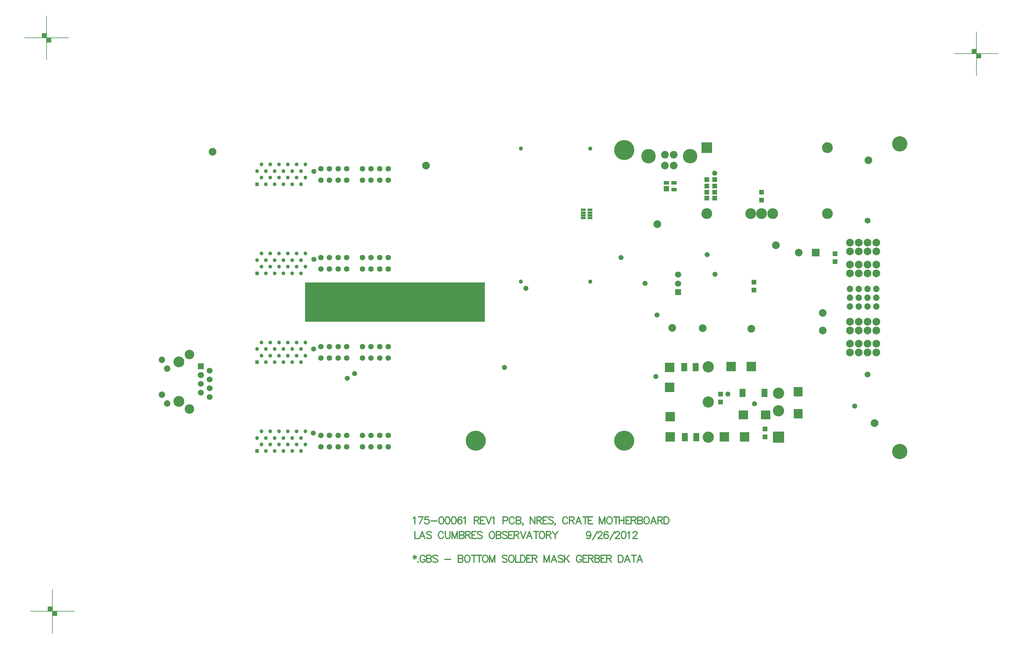
<source format=gbs>
%FSLAX23Y23*%
%MOIN*%
G70*
G01*
G75*
G04 Layer_Color=16711935*
%ADD10R,0.050X0.050*%
%ADD11R,0.057X0.012*%
%ADD12R,0.025X0.185*%
%ADD13R,0.025X0.100*%
%ADD14R,0.050X0.050*%
%ADD15O,0.014X0.067*%
%ADD16R,0.036X0.036*%
%ADD17O,0.079X0.024*%
%ADD18R,0.039X0.059*%
%ADD19R,0.100X0.100*%
%ADD20C,0.010*%
%ADD21C,0.050*%
%ADD22C,0.025*%
%ADD23C,0.006*%
%ADD24C,0.012*%
%ADD25C,0.008*%
%ADD26C,0.012*%
%ADD27C,0.012*%
%ADD28C,0.070*%
%ADD29C,0.050*%
%ADD30C,0.166*%
%ADD31C,0.157*%
%ADD32C,0.079*%
%ADD33C,0.220*%
%ADD34C,0.039*%
%ADD35C,0.059*%
%ADD36R,0.059X0.059*%
%ADD37C,0.063*%
%ADD38C,0.116*%
%ADD39C,0.065*%
%ADD40C,0.100*%
%ADD41C,0.080*%
%ADD42C,0.059*%
%ADD43C,0.115*%
%ADD44R,0.115X0.115*%
%ADD45R,0.079X0.079*%
%ADD46R,0.120X0.120*%
%ADD47C,0.120*%
%ADD48R,0.063X0.063*%
%ADD49C,0.020*%
%ADD50C,0.040*%
G04:AMPARAMS|DCode=51|XSize=91mil|YSize=91mil|CornerRadius=0mil|HoleSize=0mil|Usage=FLASHONLY|Rotation=0.000|XOffset=0mil|YOffset=0mil|HoleType=Round|Shape=Relief|Width=10mil|Gap=10mil|Entries=4|*
%AMTHD51*
7,0,0,0.091,0.071,0.010,45*
%
%ADD51THD51*%
%ADD52C,0.071*%
%ADD53C,0.206*%
G04:AMPARAMS|DCode=54|XSize=150.551mil|YSize=150.551mil|CornerRadius=0mil|HoleSize=0mil|Usage=FLASHONLY|Rotation=0.000|XOffset=0mil|YOffset=0mil|HoleType=Round|Shape=Relief|Width=10mil|Gap=10mil|Entries=4|*
%AMTHD54*
7,0,0,0.151,0.131,0.010,45*
%
%ADD54THD54*%
G04:AMPARAMS|DCode=55|XSize=96.221mil|YSize=96.221mil|CornerRadius=0mil|HoleSize=0mil|Usage=FLASHONLY|Rotation=0.000|XOffset=0mil|YOffset=0mil|HoleType=Round|Shape=Relief|Width=10mil|Gap=10mil|Entries=4|*
%AMTHD55*
7,0,0,0.096,0.076,0.010,45*
%
%ADD55THD55*%
%ADD56C,0.076*%
%ADD57C,0.080*%
%ADD58C,0.075*%
%ADD59C,0.168*%
G04:AMPARAMS|DCode=60|XSize=100mil|YSize=100mil|CornerRadius=0mil|HoleSize=0mil|Usage=FLASHONLY|Rotation=0.000|XOffset=0mil|YOffset=0mil|HoleType=Round|Shape=Relief|Width=10mil|Gap=10mil|Entries=4|*
%AMTHD60*
7,0,0,0.100,0.080,0.010,45*
%
%ADD60THD60*%
G04:AMPARAMS|DCode=61|XSize=123mil|YSize=123mil|CornerRadius=0mil|HoleSize=0mil|Usage=FLASHONLY|Rotation=0.000|XOffset=0mil|YOffset=0mil|HoleType=Round|Shape=Relief|Width=10mil|Gap=10mil|Entries=4|*
%AMTHD61*
7,0,0,0.123,0.103,0.010,45*
%
%ADD61THD61*%
%ADD62C,0.092*%
G04:AMPARAMS|DCode=63|XSize=112mil|YSize=112mil|CornerRadius=0mil|HoleSize=0mil|Usage=FLASHONLY|Rotation=0.000|XOffset=0mil|YOffset=0mil|HoleType=Round|Shape=Relief|Width=10mil|Gap=10mil|Entries=4|*
%AMTHD63*
7,0,0,0.112,0.092,0.010,45*
%
%ADD63THD63*%
%ADD64C,0.190*%
%ADD65C,0.087*%
G04:AMPARAMS|DCode=66|XSize=138mil|YSize=138mil|CornerRadius=0mil|HoleSize=0mil|Usage=FLASHONLY|Rotation=0.000|XOffset=0mil|YOffset=0mil|HoleType=Round|Shape=Relief|Width=10mil|Gap=10mil|Entries=4|*
%AMTHD66*
7,0,0,0.138,0.118,0.010,45*
%
%ADD66THD66*%
%ADD67C,0.118*%
G04:AMPARAMS|DCode=68|XSize=107.244mil|YSize=107.244mil|CornerRadius=0mil|HoleSize=0mil|Usage=FLASHONLY|Rotation=0.000|XOffset=0mil|YOffset=0mil|HoleType=Round|Shape=Relief|Width=10mil|Gap=10mil|Entries=4|*
%AMTHD68*
7,0,0,0.107,0.087,0.010,45*
%
%ADD68THD68*%
%ADD69C,0.079*%
%ADD70C,0.068*%
G04:AMPARAMS|DCode=71|XSize=70mil|YSize=70mil|CornerRadius=0mil|HoleSize=0mil|Usage=FLASHONLY|Rotation=0.000|XOffset=0mil|YOffset=0mil|HoleType=Round|Shape=Relief|Width=10mil|Gap=10mil|Entries=4|*
%AMTHD71*
7,0,0,0.070,0.050,0.010,45*
%
%ADD71THD71*%
G04:AMPARAMS|DCode=72|XSize=88mil|YSize=88mil|CornerRadius=0mil|HoleSize=0mil|Usage=FLASHONLY|Rotation=0.000|XOffset=0mil|YOffset=0mil|HoleType=Round|Shape=Relief|Width=10mil|Gap=10mil|Entries=4|*
%AMTHD72*
7,0,0,0.088,0.068,0.010,45*
%
%ADD72THD72*%
%ADD73C,0.020*%
%ADD74C,0.131*%
%ADD75C,0.103*%
%ADD76C,0.005*%
%ADD77R,0.053X0.035*%
%ADD78R,0.053X0.053*%
%ADD79R,0.045X0.017*%
%ADD80R,0.094X0.102*%
%ADD81R,0.059X0.087*%
%ADD82R,0.102X0.094*%
%ADD83R,0.100X0.100*%
%ADD84R,0.060X0.086*%
%ADD85C,0.010*%
%ADD86C,0.010*%
%ADD87C,0.024*%
%ADD88C,0.008*%
%ADD89C,0.007*%
%ADD90C,0.007*%
%ADD91C,0.015*%
%ADD92R,0.194X0.245*%
%ADD93R,0.058X0.058*%
%ADD94R,0.061X0.016*%
%ADD95R,0.033X0.193*%
%ADD96R,0.033X0.108*%
%ADD97R,0.058X0.058*%
%ADD98O,0.022X0.075*%
%ADD99R,0.044X0.044*%
%ADD100O,0.087X0.032*%
%ADD101R,0.047X0.067*%
%ADD102R,0.108X0.108*%
%ADD103C,0.063*%
%ADD104C,0.043*%
%ADD105R,0.043X0.043*%
%ADD106C,0.174*%
%ADD107C,0.165*%
%ADD108C,0.087*%
%ADD109C,0.228*%
%ADD110C,0.047*%
%ADD111C,0.067*%
%ADD112R,0.067X0.067*%
%ADD113C,0.071*%
%ADD114C,0.124*%
%ADD115C,0.073*%
%ADD116C,0.108*%
%ADD117C,0.088*%
%ADD118C,0.067*%
%ADD119C,0.123*%
%ADD120R,0.123X0.123*%
%ADD121R,0.087X0.087*%
%ADD122R,0.128X0.128*%
%ADD123C,0.128*%
%ADD124R,0.071X0.071*%
%ADD125C,0.058*%
%ADD126R,2.050X0.450*%
%ADD127R,0.061X0.043*%
%ADD128R,0.061X0.061*%
%ADD129R,0.053X0.025*%
%ADD130R,0.102X0.110*%
%ADD131R,0.067X0.095*%
%ADD132R,0.110X0.102*%
%ADD133R,0.108X0.108*%
%ADD134R,0.068X0.094*%
D24*
X13410Y9183D02*
Y9137D01*
X13391Y9172D02*
X13429Y9149D01*
Y9172D02*
X13391Y9149D01*
X13449Y9111D02*
X13445Y9107D01*
X13449Y9103D01*
X13453Y9107D01*
X13449Y9111D01*
X13528Y9164D02*
X13524Y9172D01*
X13516Y9179D01*
X13509Y9183D01*
X13493D01*
X13486Y9179D01*
X13478Y9172D01*
X13474Y9164D01*
X13471Y9153D01*
Y9133D01*
X13474Y9122D01*
X13478Y9114D01*
X13486Y9107D01*
X13493Y9103D01*
X13509D01*
X13516Y9107D01*
X13524Y9114D01*
X13528Y9122D01*
Y9133D01*
X13509D02*
X13528D01*
X13546Y9183D02*
Y9103D01*
Y9183D02*
X13580D01*
X13592Y9179D01*
X13596Y9175D01*
X13599Y9168D01*
Y9160D01*
X13596Y9153D01*
X13592Y9149D01*
X13580Y9145D01*
X13546D02*
X13580D01*
X13592Y9141D01*
X13596Y9137D01*
X13599Y9130D01*
Y9118D01*
X13596Y9111D01*
X13592Y9107D01*
X13580Y9103D01*
X13546D01*
X13671Y9172D02*
X13663Y9179D01*
X13652Y9183D01*
X13636D01*
X13625Y9179D01*
X13617Y9172D01*
Y9164D01*
X13621Y9156D01*
X13625Y9153D01*
X13632Y9149D01*
X13655Y9141D01*
X13663Y9137D01*
X13667Y9133D01*
X13671Y9126D01*
Y9114D01*
X13663Y9107D01*
X13652Y9103D01*
X13636D01*
X13625Y9107D01*
X13617Y9114D01*
X13751Y9137D02*
X13820D01*
X13906Y9183D02*
Y9103D01*
Y9183D02*
X13941D01*
X13952Y9179D01*
X13956Y9175D01*
X13960Y9168D01*
Y9160D01*
X13956Y9153D01*
X13952Y9149D01*
X13941Y9145D01*
X13906D02*
X13941D01*
X13952Y9141D01*
X13956Y9137D01*
X13960Y9130D01*
Y9118D01*
X13956Y9111D01*
X13952Y9107D01*
X13941Y9103D01*
X13906D01*
X14000Y9183D02*
X13993Y9179D01*
X13985Y9172D01*
X13981Y9164D01*
X13978Y9153D01*
Y9133D01*
X13981Y9122D01*
X13985Y9114D01*
X13993Y9107D01*
X14000Y9103D01*
X14016D01*
X14023Y9107D01*
X14031Y9114D01*
X14035Y9122D01*
X14038Y9133D01*
Y9153D01*
X14035Y9164D01*
X14031Y9172D01*
X14023Y9179D01*
X14016Y9183D01*
X14000D01*
X14084D02*
Y9103D01*
X14057Y9183D02*
X14110D01*
X14147D02*
Y9103D01*
X14120Y9183D02*
X14173D01*
X14206D02*
X14198Y9179D01*
X14190Y9172D01*
X14187Y9164D01*
X14183Y9153D01*
Y9133D01*
X14187Y9122D01*
X14190Y9114D01*
X14198Y9107D01*
X14206Y9103D01*
X14221D01*
X14229Y9107D01*
X14236Y9114D01*
X14240Y9122D01*
X14244Y9133D01*
Y9153D01*
X14240Y9164D01*
X14236Y9172D01*
X14229Y9179D01*
X14221Y9183D01*
X14206D01*
X14262D02*
Y9103D01*
Y9183D02*
X14293Y9103D01*
X14323Y9183D02*
X14293Y9103D01*
X14323Y9183D02*
Y9103D01*
X14462Y9172D02*
X14455Y9179D01*
X14443Y9183D01*
X14428D01*
X14417Y9179D01*
X14409Y9172D01*
Y9164D01*
X14413Y9156D01*
X14417Y9153D01*
X14424Y9149D01*
X14447Y9141D01*
X14455Y9137D01*
X14459Y9133D01*
X14462Y9126D01*
Y9114D01*
X14455Y9107D01*
X14443Y9103D01*
X14428D01*
X14417Y9107D01*
X14409Y9114D01*
X14503Y9183D02*
X14496Y9179D01*
X14488Y9172D01*
X14484Y9164D01*
X14480Y9153D01*
Y9133D01*
X14484Y9122D01*
X14488Y9114D01*
X14496Y9107D01*
X14503Y9103D01*
X14518D01*
X14526Y9107D01*
X14534Y9114D01*
X14537Y9122D01*
X14541Y9133D01*
Y9153D01*
X14537Y9164D01*
X14534Y9172D01*
X14526Y9179D01*
X14518Y9183D01*
X14503D01*
X14560D02*
Y9103D01*
X14606D01*
X14614Y9183D02*
Y9103D01*
Y9183D02*
X14641D01*
X14652Y9179D01*
X14660Y9172D01*
X14664Y9164D01*
X14668Y9153D01*
Y9133D01*
X14664Y9122D01*
X14660Y9114D01*
X14652Y9107D01*
X14641Y9103D01*
X14614D01*
X14735Y9183D02*
X14686D01*
Y9103D01*
X14735D01*
X14686Y9145D02*
X14716D01*
X14748Y9183D02*
Y9103D01*
Y9183D02*
X14783D01*
X14794Y9179D01*
X14798Y9175D01*
X14802Y9168D01*
Y9160D01*
X14798Y9153D01*
X14794Y9149D01*
X14783Y9145D01*
X14748D01*
X14775D02*
X14802Y9103D01*
X14882Y9183D02*
Y9103D01*
Y9183D02*
X14913Y9103D01*
X14943Y9183D02*
X14913Y9103D01*
X14943Y9183D02*
Y9103D01*
X15027D02*
X14997Y9183D01*
X14966Y9103D01*
X14978Y9130D02*
X15016D01*
X15099Y9172D02*
X15092Y9179D01*
X15080Y9183D01*
X15065D01*
X15054Y9179D01*
X15046Y9172D01*
Y9164D01*
X15050Y9156D01*
X15054Y9153D01*
X15061Y9149D01*
X15084Y9141D01*
X15092Y9137D01*
X15095Y9133D01*
X15099Y9126D01*
Y9114D01*
X15092Y9107D01*
X15080Y9103D01*
X15065D01*
X15054Y9107D01*
X15046Y9114D01*
X15117Y9183D02*
Y9103D01*
X15170Y9183D02*
X15117Y9130D01*
X15136Y9149D02*
X15170Y9103D01*
X15308Y9164D02*
X15304Y9172D01*
X15297Y9179D01*
X15289Y9183D01*
X15274D01*
X15266Y9179D01*
X15259Y9172D01*
X15255Y9164D01*
X15251Y9153D01*
Y9133D01*
X15255Y9122D01*
X15259Y9114D01*
X15266Y9107D01*
X15274Y9103D01*
X15289D01*
X15297Y9107D01*
X15304Y9114D01*
X15308Y9122D01*
Y9133D01*
X15289D02*
X15308D01*
X15376Y9183D02*
X15327D01*
Y9103D01*
X15376D01*
X15327Y9145D02*
X15357D01*
X15389Y9183D02*
Y9103D01*
Y9183D02*
X15424D01*
X15435Y9179D01*
X15439Y9175D01*
X15443Y9168D01*
Y9160D01*
X15439Y9153D01*
X15435Y9149D01*
X15424Y9145D01*
X15389D01*
X15416D02*
X15443Y9103D01*
X15461Y9183D02*
Y9103D01*
Y9183D02*
X15495D01*
X15506Y9179D01*
X15510Y9175D01*
X15514Y9168D01*
Y9160D01*
X15510Y9153D01*
X15506Y9149D01*
X15495Y9145D01*
X15461D02*
X15495D01*
X15506Y9141D01*
X15510Y9137D01*
X15514Y9130D01*
Y9118D01*
X15510Y9111D01*
X15506Y9107D01*
X15495Y9103D01*
X15461D01*
X15581Y9183D02*
X15532D01*
Y9103D01*
X15581D01*
X15532Y9145D02*
X15562D01*
X15595Y9183D02*
Y9103D01*
Y9183D02*
X15629D01*
X15640Y9179D01*
X15644Y9175D01*
X15648Y9168D01*
Y9160D01*
X15644Y9153D01*
X15640Y9149D01*
X15629Y9145D01*
X15595D01*
X15621D02*
X15648Y9103D01*
X15729Y9183D02*
Y9103D01*
Y9183D02*
X15755D01*
X15767Y9179D01*
X15774Y9172D01*
X15778Y9164D01*
X15782Y9153D01*
Y9133D01*
X15778Y9122D01*
X15774Y9114D01*
X15767Y9107D01*
X15755Y9103D01*
X15729D01*
X15861D02*
X15830Y9183D01*
X15800Y9103D01*
X15811Y9130D02*
X15850D01*
X15906Y9183D02*
Y9103D01*
X15880Y9183D02*
X15933D01*
X16003Y9103D02*
X15973Y9183D01*
X15942Y9103D01*
X15954Y9130D02*
X15992D01*
D25*
X19554Y14890D02*
X20054D01*
X19804Y14640D02*
Y15140D01*
X19854Y14840D02*
Y14890D01*
X19804Y14840D02*
X19854D01*
X19754Y14890D02*
Y14940D01*
X19804D01*
X19759Y14895D02*
X19799D01*
X19759D02*
Y14935D01*
X19799D01*
Y14895D02*
Y14935D01*
X19764Y14900D02*
X19794D01*
X19764D02*
Y14930D01*
X19794D01*
Y14905D02*
Y14930D01*
X19769Y14905D02*
X19789D01*
X19769D02*
Y14925D01*
X19789D01*
Y14910D02*
Y14925D01*
X19774Y14910D02*
X19784D01*
X19774D02*
Y14920D01*
X19784D01*
Y14910D02*
Y14920D01*
X19774Y14915D02*
X19784D01*
X19809Y14845D02*
X19849D01*
X19809D02*
Y14885D01*
X19849D01*
Y14845D02*
Y14885D01*
X19814Y14850D02*
X19844D01*
X19814D02*
Y14880D01*
X19844D01*
Y14855D02*
Y14880D01*
X19819Y14855D02*
X19839D01*
X19819D02*
Y14875D01*
X19839D01*
Y14860D02*
Y14875D01*
X19824Y14860D02*
X19834D01*
X19824D02*
Y14870D01*
X19834D01*
Y14860D02*
Y14870D01*
X19824Y14865D02*
X19834D01*
X8970Y15070D02*
X9470D01*
X9220Y14820D02*
Y15320D01*
X9270Y15020D02*
Y15070D01*
X9220Y15020D02*
X9270D01*
X9170Y15070D02*
Y15120D01*
X9220D01*
X9175Y15075D02*
X9215D01*
X9175D02*
Y15115D01*
X9215D01*
Y15075D02*
Y15115D01*
X9180Y15080D02*
X9210D01*
X9180D02*
Y15110D01*
X9210D01*
Y15085D02*
Y15110D01*
X9185Y15085D02*
X9205D01*
X9185D02*
Y15105D01*
X9205D01*
Y15090D02*
Y15105D01*
X9190Y15090D02*
X9200D01*
X9190D02*
Y15100D01*
X9200D01*
Y15090D02*
Y15100D01*
X9190Y15095D02*
X9200D01*
X9225Y15025D02*
X9265D01*
X9225D02*
Y15065D01*
X9265D01*
Y15025D02*
Y15065D01*
X9230Y15030D02*
X9260D01*
X9230D02*
Y15060D01*
X9260D01*
Y15035D02*
Y15060D01*
X9235Y15035D02*
X9255D01*
X9235D02*
Y15055D01*
X9255D01*
Y15040D02*
Y15055D01*
X9240Y15040D02*
X9250D01*
X9240D02*
Y15050D01*
X9250D01*
Y15040D02*
Y15050D01*
X9240Y15045D02*
X9250D01*
X9036Y8546D02*
X9536D01*
X9286Y8296D02*
Y8796D01*
X9336Y8496D02*
Y8546D01*
X9286Y8496D02*
X9336D01*
X9236Y8546D02*
Y8596D01*
X9286D01*
X9241Y8551D02*
X9281D01*
X9241D02*
Y8591D01*
X9281D01*
Y8551D02*
Y8591D01*
X9246Y8556D02*
X9276D01*
X9246D02*
Y8586D01*
X9276D01*
Y8561D02*
Y8586D01*
X9251Y8561D02*
X9271D01*
X9251D02*
Y8581D01*
X9271D01*
Y8566D02*
Y8581D01*
X9256Y8566D02*
X9266D01*
X9256D02*
Y8576D01*
X9266D01*
Y8566D02*
Y8576D01*
X9256Y8571D02*
X9266D01*
X9291Y8501D02*
X9331D01*
X9291D02*
Y8541D01*
X9331D01*
Y8501D02*
Y8541D01*
X9296Y8506D02*
X9326D01*
X9296D02*
Y8536D01*
X9326D01*
Y8511D02*
Y8536D01*
X9301Y8511D02*
X9321D01*
X9301D02*
Y8531D01*
X9321D01*
Y8516D02*
Y8531D01*
X9306Y8516D02*
X9316D01*
X9306D02*
Y8526D01*
X9316D01*
Y8516D02*
Y8526D01*
X9306Y8521D02*
X9316D01*
D26*
X13412Y9453D02*
Y9373D01*
X13458D01*
X13527D02*
X13497Y9453D01*
X13466Y9373D01*
X13478Y9399D02*
X13516D01*
X13599Y9441D02*
X13592Y9449D01*
X13580Y9453D01*
X13565D01*
X13554Y9449D01*
X13546Y9441D01*
Y9434D01*
X13550Y9426D01*
X13554Y9422D01*
X13561Y9418D01*
X13584Y9411D01*
X13592Y9407D01*
X13596Y9403D01*
X13599Y9395D01*
Y9384D01*
X13592Y9376D01*
X13580Y9373D01*
X13565D01*
X13554Y9376D01*
X13546Y9384D01*
X13737Y9434D02*
X13733Y9441D01*
X13726Y9449D01*
X13718Y9453D01*
X13703D01*
X13695Y9449D01*
X13688Y9441D01*
X13684Y9434D01*
X13680Y9422D01*
Y9403D01*
X13684Y9392D01*
X13688Y9384D01*
X13695Y9376D01*
X13703Y9373D01*
X13718D01*
X13726Y9376D01*
X13733Y9384D01*
X13737Y9392D01*
X13760Y9453D02*
Y9395D01*
X13764Y9384D01*
X13771Y9376D01*
X13783Y9373D01*
X13790D01*
X13802Y9376D01*
X13809Y9384D01*
X13813Y9395D01*
Y9453D01*
X13835D02*
Y9373D01*
Y9453D02*
X13866Y9373D01*
X13896Y9453D02*
X13866Y9373D01*
X13896Y9453D02*
Y9373D01*
X13919Y9453D02*
Y9373D01*
Y9453D02*
X13953D01*
X13965Y9449D01*
X13968Y9445D01*
X13972Y9437D01*
Y9430D01*
X13968Y9422D01*
X13965Y9418D01*
X13953Y9414D01*
X13919D02*
X13953D01*
X13965Y9411D01*
X13968Y9407D01*
X13972Y9399D01*
Y9388D01*
X13968Y9380D01*
X13965Y9376D01*
X13953Y9373D01*
X13919D01*
X13990Y9453D02*
Y9373D01*
Y9453D02*
X14024D01*
X14036Y9449D01*
X14040Y9445D01*
X14044Y9437D01*
Y9430D01*
X14040Y9422D01*
X14036Y9418D01*
X14024Y9414D01*
X13990D01*
X14017D02*
X14044Y9373D01*
X14111Y9453D02*
X14061D01*
Y9373D01*
X14111D01*
X14061Y9414D02*
X14092D01*
X14178Y9441D02*
X14170Y9449D01*
X14159Y9453D01*
X14143D01*
X14132Y9449D01*
X14124Y9441D01*
Y9434D01*
X14128Y9426D01*
X14132Y9422D01*
X14139Y9418D01*
X14162Y9411D01*
X14170Y9407D01*
X14174Y9403D01*
X14178Y9395D01*
Y9384D01*
X14170Y9376D01*
X14159Y9373D01*
X14143D01*
X14132Y9376D01*
X14124Y9384D01*
X14281Y9453D02*
X14274Y9449D01*
X14266Y9441D01*
X14262Y9434D01*
X14258Y9422D01*
Y9403D01*
X14262Y9392D01*
X14266Y9384D01*
X14274Y9376D01*
X14281Y9373D01*
X14296D01*
X14304Y9376D01*
X14312Y9384D01*
X14315Y9392D01*
X14319Y9403D01*
Y9422D01*
X14315Y9434D01*
X14312Y9441D01*
X14304Y9449D01*
X14296Y9453D01*
X14281D01*
X14338D02*
Y9373D01*
Y9453D02*
X14372D01*
X14384Y9449D01*
X14387Y9445D01*
X14391Y9437D01*
Y9430D01*
X14387Y9422D01*
X14384Y9418D01*
X14372Y9414D01*
X14338D02*
X14372D01*
X14384Y9411D01*
X14387Y9407D01*
X14391Y9399D01*
Y9388D01*
X14387Y9380D01*
X14384Y9376D01*
X14372Y9373D01*
X14338D01*
X14462Y9441D02*
X14455Y9449D01*
X14443Y9453D01*
X14428D01*
X14417Y9449D01*
X14409Y9441D01*
Y9434D01*
X14413Y9426D01*
X14417Y9422D01*
X14424Y9418D01*
X14447Y9411D01*
X14455Y9407D01*
X14459Y9403D01*
X14462Y9395D01*
Y9384D01*
X14455Y9376D01*
X14443Y9373D01*
X14428D01*
X14417Y9376D01*
X14409Y9384D01*
X14530Y9453D02*
X14480D01*
Y9373D01*
X14530D01*
X14480Y9414D02*
X14511D01*
X14543Y9453D02*
Y9373D01*
Y9453D02*
X14577D01*
X14589Y9449D01*
X14593Y9445D01*
X14597Y9437D01*
Y9430D01*
X14593Y9422D01*
X14589Y9418D01*
X14577Y9414D01*
X14543D01*
X14570D02*
X14597Y9373D01*
X14614Y9453D02*
X14645Y9373D01*
X14675Y9453D02*
X14645Y9373D01*
X14747D02*
X14716Y9453D01*
X14686Y9373D01*
X14697Y9399D02*
X14735D01*
X14792Y9453D02*
Y9373D01*
X14765Y9453D02*
X14819D01*
X14851D02*
X14843Y9449D01*
X14836Y9441D01*
X14832Y9434D01*
X14828Y9422D01*
Y9403D01*
X14832Y9392D01*
X14836Y9384D01*
X14843Y9376D01*
X14851Y9373D01*
X14866D01*
X14874Y9376D01*
X14881Y9384D01*
X14885Y9392D01*
X14889Y9403D01*
Y9422D01*
X14885Y9434D01*
X14881Y9441D01*
X14874Y9449D01*
X14866Y9453D01*
X14851D01*
X14908D02*
Y9373D01*
Y9453D02*
X14942D01*
X14953Y9449D01*
X14957Y9445D01*
X14961Y9437D01*
Y9430D01*
X14957Y9422D01*
X14953Y9418D01*
X14942Y9414D01*
X14908D01*
X14934D02*
X14961Y9373D01*
X14979Y9453D02*
X15009Y9414D01*
Y9373D01*
X15040Y9453D02*
X15009Y9414D01*
X15414Y9426D02*
X15410Y9414D01*
X15402Y9407D01*
X15391Y9403D01*
X15387D01*
X15376Y9407D01*
X15368Y9414D01*
X15364Y9426D01*
Y9430D01*
X15368Y9441D01*
X15376Y9449D01*
X15387Y9453D01*
X15391D01*
X15402Y9449D01*
X15410Y9441D01*
X15414Y9426D01*
Y9407D01*
X15410Y9388D01*
X15402Y9376D01*
X15391Y9373D01*
X15383D01*
X15372Y9376D01*
X15368Y9384D01*
X15436Y9361D02*
X15489Y9453D01*
X15498Y9434D02*
Y9437D01*
X15502Y9445D01*
X15506Y9449D01*
X15513Y9453D01*
X15529D01*
X15536Y9449D01*
X15540Y9445D01*
X15544Y9437D01*
Y9430D01*
X15540Y9422D01*
X15532Y9411D01*
X15494Y9373D01*
X15548D01*
X15611Y9441D02*
X15607Y9449D01*
X15596Y9453D01*
X15588D01*
X15577Y9449D01*
X15569Y9437D01*
X15565Y9418D01*
Y9399D01*
X15569Y9384D01*
X15577Y9376D01*
X15588Y9373D01*
X15592D01*
X15604Y9376D01*
X15611Y9384D01*
X15615Y9395D01*
Y9399D01*
X15611Y9411D01*
X15604Y9418D01*
X15592Y9422D01*
X15588D01*
X15577Y9418D01*
X15569Y9411D01*
X15565Y9399D01*
X15633Y9361D02*
X15686Y9453D01*
X15695Y9434D02*
Y9437D01*
X15699Y9445D01*
X15703Y9449D01*
X15710Y9453D01*
X15725D01*
X15733Y9449D01*
X15737Y9445D01*
X15741Y9437D01*
Y9430D01*
X15737Y9422D01*
X15729Y9411D01*
X15691Y9373D01*
X15744D01*
X15785Y9453D02*
X15774Y9449D01*
X15766Y9437D01*
X15762Y9418D01*
Y9407D01*
X15766Y9388D01*
X15774Y9376D01*
X15785Y9373D01*
X15793D01*
X15804Y9376D01*
X15812Y9388D01*
X15816Y9407D01*
Y9418D01*
X15812Y9437D01*
X15804Y9449D01*
X15793Y9453D01*
X15785D01*
X15834Y9437D02*
X15841Y9441D01*
X15853Y9453D01*
Y9373D01*
X15896Y9434D02*
Y9437D01*
X15900Y9445D01*
X15904Y9449D01*
X15911Y9453D01*
X15927D01*
X15934Y9449D01*
X15938Y9445D01*
X15942Y9437D01*
Y9430D01*
X15938Y9422D01*
X15930Y9411D01*
X15892Y9373D01*
X15946D01*
D27*
X13393Y9604D02*
X13401Y9608D01*
X13412Y9619D01*
Y9539D01*
X13505Y9619D02*
X13467Y9539D01*
X13452Y9619D02*
X13505D01*
X13568D02*
X13530D01*
X13527Y9585D01*
X13530Y9589D01*
X13542Y9593D01*
X13553D01*
X13565Y9589D01*
X13572Y9581D01*
X13576Y9570D01*
Y9562D01*
X13572Y9551D01*
X13565Y9543D01*
X13553Y9539D01*
X13542D01*
X13530Y9543D01*
X13527Y9547D01*
X13523Y9555D01*
X13594Y9574D02*
X13663D01*
X13709Y9619D02*
X13698Y9616D01*
X13690Y9604D01*
X13686Y9585D01*
Y9574D01*
X13690Y9555D01*
X13698Y9543D01*
X13709Y9539D01*
X13717D01*
X13728Y9543D01*
X13736Y9555D01*
X13739Y9574D01*
Y9585D01*
X13736Y9604D01*
X13728Y9616D01*
X13717Y9619D01*
X13709D01*
X13780D02*
X13769Y9616D01*
X13761Y9604D01*
X13757Y9585D01*
Y9574D01*
X13761Y9555D01*
X13769Y9543D01*
X13780Y9539D01*
X13788D01*
X13799Y9543D01*
X13807Y9555D01*
X13811Y9574D01*
Y9585D01*
X13807Y9604D01*
X13799Y9616D01*
X13788Y9619D01*
X13780D01*
X13851D02*
X13840Y9616D01*
X13832Y9604D01*
X13829Y9585D01*
Y9574D01*
X13832Y9555D01*
X13840Y9543D01*
X13851Y9539D01*
X13859D01*
X13871Y9543D01*
X13878Y9555D01*
X13882Y9574D01*
Y9585D01*
X13878Y9604D01*
X13871Y9616D01*
X13859Y9619D01*
X13851D01*
X13946Y9608D02*
X13942Y9616D01*
X13930Y9619D01*
X13923D01*
X13911Y9616D01*
X13904Y9604D01*
X13900Y9585D01*
Y9566D01*
X13904Y9551D01*
X13911Y9543D01*
X13923Y9539D01*
X13926D01*
X13938Y9543D01*
X13946Y9551D01*
X13949Y9562D01*
Y9566D01*
X13946Y9577D01*
X13938Y9585D01*
X13926Y9589D01*
X13923D01*
X13911Y9585D01*
X13904Y9577D01*
X13900Y9566D01*
X13967Y9604D02*
X13974Y9608D01*
X13986Y9619D01*
Y9539D01*
X14088Y9619D02*
Y9539D01*
Y9619D02*
X14123D01*
X14134Y9616D01*
X14138Y9612D01*
X14142Y9604D01*
Y9596D01*
X14138Y9589D01*
X14134Y9585D01*
X14123Y9581D01*
X14088D01*
X14115D02*
X14142Y9539D01*
X14209Y9619D02*
X14160D01*
Y9539D01*
X14209D01*
X14160Y9581D02*
X14190D01*
X14222Y9619D02*
X14253Y9539D01*
X14283Y9619D02*
X14253Y9539D01*
X14294Y9604D02*
X14301Y9608D01*
X14313Y9619D01*
Y9539D01*
X14415Y9577D02*
X14449D01*
X14461Y9581D01*
X14465Y9585D01*
X14468Y9593D01*
Y9604D01*
X14465Y9612D01*
X14461Y9616D01*
X14449Y9619D01*
X14415D01*
Y9539D01*
X14543Y9600D02*
X14540Y9608D01*
X14532Y9616D01*
X14524Y9619D01*
X14509D01*
X14502Y9616D01*
X14494Y9608D01*
X14490Y9600D01*
X14486Y9589D01*
Y9570D01*
X14490Y9558D01*
X14494Y9551D01*
X14502Y9543D01*
X14509Y9539D01*
X14524D01*
X14532Y9543D01*
X14540Y9551D01*
X14543Y9558D01*
X14566Y9619D02*
Y9539D01*
Y9619D02*
X14600D01*
X14612Y9616D01*
X14615Y9612D01*
X14619Y9604D01*
Y9596D01*
X14615Y9589D01*
X14612Y9585D01*
X14600Y9581D01*
X14566D02*
X14600D01*
X14612Y9577D01*
X14615Y9574D01*
X14619Y9566D01*
Y9555D01*
X14615Y9547D01*
X14612Y9543D01*
X14600Y9539D01*
X14566D01*
X14645Y9543D02*
X14641Y9539D01*
X14637Y9543D01*
X14641Y9547D01*
X14645Y9543D01*
Y9536D01*
X14641Y9528D01*
X14637Y9524D01*
X14725Y9619D02*
Y9539D01*
Y9619D02*
X14778Y9539D01*
Y9619D02*
Y9539D01*
X14801Y9619D02*
Y9539D01*
Y9619D02*
X14835D01*
X14846Y9616D01*
X14850Y9612D01*
X14854Y9604D01*
Y9596D01*
X14850Y9589D01*
X14846Y9585D01*
X14835Y9581D01*
X14801D01*
X14827D02*
X14854Y9539D01*
X14921Y9619D02*
X14872D01*
Y9539D01*
X14921D01*
X14872Y9581D02*
X14902D01*
X14988Y9608D02*
X14980Y9616D01*
X14969Y9619D01*
X14954D01*
X14942Y9616D01*
X14935Y9608D01*
Y9600D01*
X14938Y9593D01*
X14942Y9589D01*
X14950Y9585D01*
X14973Y9577D01*
X14980Y9574D01*
X14984Y9570D01*
X14988Y9562D01*
Y9551D01*
X14980Y9543D01*
X14969Y9539D01*
X14954D01*
X14942Y9543D01*
X14935Y9551D01*
X15013Y9543D02*
X15010Y9539D01*
X15006Y9543D01*
X15010Y9547D01*
X15013Y9543D01*
Y9536D01*
X15010Y9528D01*
X15006Y9524D01*
X15151Y9600D02*
X15147Y9608D01*
X15140Y9616D01*
X15132Y9619D01*
X15117D01*
X15109Y9616D01*
X15101Y9608D01*
X15098Y9600D01*
X15094Y9589D01*
Y9570D01*
X15098Y9558D01*
X15101Y9551D01*
X15109Y9543D01*
X15117Y9539D01*
X15132D01*
X15140Y9543D01*
X15147Y9551D01*
X15151Y9558D01*
X15173Y9619D02*
Y9539D01*
Y9619D02*
X15208D01*
X15219Y9616D01*
X15223Y9612D01*
X15227Y9604D01*
Y9596D01*
X15223Y9589D01*
X15219Y9585D01*
X15208Y9581D01*
X15173D01*
X15200D02*
X15227Y9539D01*
X15306D02*
X15275Y9619D01*
X15245Y9539D01*
X15256Y9566D02*
X15294D01*
X15351Y9619D02*
Y9539D01*
X15324Y9619D02*
X15378D01*
X15437D02*
X15387D01*
Y9539D01*
X15437D01*
X15387Y9581D02*
X15418D01*
X15513Y9619D02*
Y9539D01*
Y9619D02*
X15543Y9539D01*
X15574Y9619D02*
X15543Y9539D01*
X15574Y9619D02*
Y9539D01*
X15619Y9619D02*
X15612Y9616D01*
X15604Y9608D01*
X15600Y9600D01*
X15597Y9589D01*
Y9570D01*
X15600Y9558D01*
X15604Y9551D01*
X15612Y9543D01*
X15619Y9539D01*
X15635D01*
X15642Y9543D01*
X15650Y9551D01*
X15654Y9558D01*
X15658Y9570D01*
Y9589D01*
X15654Y9600D01*
X15650Y9608D01*
X15642Y9616D01*
X15635Y9619D01*
X15619D01*
X15703D02*
Y9539D01*
X15676Y9619D02*
X15730D01*
X15739D02*
Y9539D01*
X15792Y9619D02*
Y9539D01*
X15739Y9581D02*
X15792D01*
X15864Y9619D02*
X15814D01*
Y9539D01*
X15864D01*
X15814Y9581D02*
X15845D01*
X15877Y9619D02*
Y9539D01*
Y9619D02*
X15912D01*
X15923Y9616D01*
X15927Y9612D01*
X15931Y9604D01*
Y9596D01*
X15927Y9589D01*
X15923Y9585D01*
X15912Y9581D01*
X15877D01*
X15904D02*
X15931Y9539D01*
X15949Y9619D02*
Y9539D01*
Y9619D02*
X15983D01*
X15994Y9616D01*
X15998Y9612D01*
X16002Y9604D01*
Y9596D01*
X15998Y9589D01*
X15994Y9585D01*
X15983Y9581D01*
X15949D02*
X15983D01*
X15994Y9577D01*
X15998Y9574D01*
X16002Y9566D01*
Y9555D01*
X15998Y9547D01*
X15994Y9543D01*
X15983Y9539D01*
X15949D01*
X16043Y9619D02*
X16035Y9616D01*
X16027Y9608D01*
X16024Y9600D01*
X16020Y9589D01*
Y9570D01*
X16024Y9558D01*
X16027Y9551D01*
X16035Y9543D01*
X16043Y9539D01*
X16058D01*
X16065Y9543D01*
X16073Y9551D01*
X16077Y9558D01*
X16081Y9570D01*
Y9589D01*
X16077Y9600D01*
X16073Y9608D01*
X16065Y9616D01*
X16058Y9619D01*
X16043D01*
X16160Y9539D02*
X16130Y9619D01*
X16099Y9539D01*
X16111Y9566D02*
X16149D01*
X16179Y9619D02*
Y9539D01*
Y9619D02*
X16213D01*
X16225Y9616D01*
X16228Y9612D01*
X16232Y9604D01*
Y9596D01*
X16228Y9589D01*
X16225Y9585D01*
X16213Y9581D01*
X16179D01*
X16206D02*
X16232Y9539D01*
X16250Y9619D02*
Y9539D01*
Y9619D02*
X16277D01*
X16288Y9616D01*
X16296Y9608D01*
X16300Y9600D01*
X16304Y9589D01*
Y9570D01*
X16300Y9558D01*
X16296Y9551D01*
X16288Y9543D01*
X16277Y9539D01*
X16250D01*
D93*
X18195Y12523D02*
D03*
Y12613D02*
D03*
X17398Y10620D02*
D03*
Y10530D02*
D03*
X16893Y11016D02*
D03*
Y10925D02*
D03*
X17360Y13312D02*
D03*
Y13222D02*
D03*
X17272Y12200D02*
D03*
Y12290D02*
D03*
D97*
X16824Y13245D02*
D03*
X16734D02*
D03*
X16824Y13312D02*
D03*
X16734D02*
D03*
X16824Y13384D02*
D03*
X16734D02*
D03*
X16824Y13455D02*
D03*
X16734D02*
D03*
D102*
X16313Y11321D02*
D03*
Y11092D02*
D03*
X16319Y10759D02*
D03*
Y10528D02*
D03*
D103*
X13109Y10546D02*
D03*
X13011D02*
D03*
X12913D02*
D03*
X12814D02*
D03*
X13109Y10415D02*
D03*
X13011D02*
D03*
X12913D02*
D03*
X12814D02*
D03*
X12637Y10546D02*
D03*
X12539D02*
D03*
X12440D02*
D03*
X12342D02*
D03*
X12637Y10415D02*
D03*
X12539D02*
D03*
X12440D02*
D03*
X12342D02*
D03*
Y11426D02*
D03*
X12440D02*
D03*
X12539D02*
D03*
X12637D02*
D03*
X12342Y11557D02*
D03*
X12440D02*
D03*
X12539D02*
D03*
X12637D02*
D03*
X12814Y11426D02*
D03*
X12913D02*
D03*
X13011D02*
D03*
X13109D02*
D03*
X12814Y11557D02*
D03*
X12913D02*
D03*
X13011D02*
D03*
X13109D02*
D03*
Y12569D02*
D03*
X13011D02*
D03*
X12913D02*
D03*
X12814D02*
D03*
X13109Y12438D02*
D03*
X13011D02*
D03*
X12913D02*
D03*
X12814D02*
D03*
X12637Y12569D02*
D03*
X12539D02*
D03*
X12440D02*
D03*
X12342D02*
D03*
X12637Y12438D02*
D03*
X12539D02*
D03*
X12440D02*
D03*
X12342D02*
D03*
Y13450D02*
D03*
X12440D02*
D03*
X12539D02*
D03*
X12637D02*
D03*
X12342Y13581D02*
D03*
X12440D02*
D03*
X12539D02*
D03*
X12637D02*
D03*
X12814Y13450D02*
D03*
X12913D02*
D03*
X13011D02*
D03*
X13109D02*
D03*
X12814Y13581D02*
D03*
X12913D02*
D03*
X13011D02*
D03*
X13109D02*
D03*
D104*
X12164Y10592D02*
D03*
X12114Y10517D02*
D03*
X12064Y10592D02*
D03*
X12014Y10517D02*
D03*
X11964Y10592D02*
D03*
X11914Y10517D02*
D03*
X11864Y10592D02*
D03*
X11814Y10517D02*
D03*
X11764Y10592D02*
D03*
X11714Y10517D02*
D03*
X11664Y10592D02*
D03*
X11614Y10517D02*
D03*
X12164Y10443D02*
D03*
X12114Y10368D02*
D03*
X12064Y10443D02*
D03*
X12014Y10368D02*
D03*
X11964Y10443D02*
D03*
X11914Y10368D02*
D03*
X11864Y10443D02*
D03*
X11814Y10368D02*
D03*
X11764Y10443D02*
D03*
X11714Y10368D02*
D03*
X11664Y10443D02*
D03*
Y11454D02*
D03*
X11714Y11379D02*
D03*
X11764Y11454D02*
D03*
X11814Y11379D02*
D03*
X11864Y11454D02*
D03*
X11914Y11379D02*
D03*
X11964Y11454D02*
D03*
X12014Y11379D02*
D03*
X12064Y11454D02*
D03*
X12114Y11379D02*
D03*
X12164Y11454D02*
D03*
X11614Y11529D02*
D03*
X11664Y11604D02*
D03*
X11714Y11529D02*
D03*
X11764Y11604D02*
D03*
X11814Y11529D02*
D03*
X11864Y11604D02*
D03*
X11914Y11529D02*
D03*
X11964Y11604D02*
D03*
X12014Y11529D02*
D03*
X12064Y11604D02*
D03*
X12114Y11529D02*
D03*
X12164Y11604D02*
D03*
Y12616D02*
D03*
X12114Y12541D02*
D03*
X12064Y12616D02*
D03*
X12014Y12541D02*
D03*
X11964Y12616D02*
D03*
X11914Y12541D02*
D03*
X11864Y12616D02*
D03*
X11814Y12541D02*
D03*
X11764Y12616D02*
D03*
X11714Y12541D02*
D03*
X11664Y12616D02*
D03*
X11614Y12541D02*
D03*
X12164Y12466D02*
D03*
X12114Y12391D02*
D03*
X12064Y12466D02*
D03*
X12014Y12391D02*
D03*
X11964Y12466D02*
D03*
X11914Y12391D02*
D03*
X11864Y12466D02*
D03*
X11814Y12391D02*
D03*
X11764Y12466D02*
D03*
X11714Y12391D02*
D03*
X11664Y12466D02*
D03*
Y13478D02*
D03*
X11714Y13403D02*
D03*
X11764Y13478D02*
D03*
X11814Y13403D02*
D03*
X11864Y13478D02*
D03*
X11914Y13403D02*
D03*
X11964Y13478D02*
D03*
X12014Y13403D02*
D03*
X12064Y13478D02*
D03*
X12114Y13403D02*
D03*
X12164Y13478D02*
D03*
X11614Y13553D02*
D03*
X11664Y13628D02*
D03*
X11714Y13553D02*
D03*
X11764Y13628D02*
D03*
X11814Y13553D02*
D03*
X11864Y13628D02*
D03*
X11914Y13553D02*
D03*
X11964Y13628D02*
D03*
X12014Y13553D02*
D03*
X12064Y13628D02*
D03*
X12114Y13553D02*
D03*
X12164Y13628D02*
D03*
D105*
X11614Y10368D02*
D03*
Y11379D02*
D03*
Y12391D02*
D03*
Y13403D02*
D03*
D106*
X18933Y10364D02*
D03*
Y13864D02*
D03*
D107*
X16071Y13722D02*
D03*
X16545D02*
D03*
D108*
X16259Y13741D02*
D03*
X16358D02*
D03*
Y13615D02*
D03*
X16259D02*
D03*
X18056Y11738D02*
D03*
Y11938D02*
D03*
X17781Y12627D02*
D03*
D109*
X15797Y13792D02*
D03*
Y10485D02*
D03*
X14104D02*
D03*
D110*
X15409Y13809D02*
D03*
Y12295D02*
D03*
X14619Y13809D02*
D03*
Y12295D02*
D03*
D111*
X11076Y10982D02*
D03*
Y11282D02*
D03*
X10976Y11032D02*
D03*
X11076Y11082D02*
D03*
Y11182D02*
D03*
X10976Y11132D02*
D03*
D112*
Y11332D02*
D03*
D113*
Y11232D02*
D03*
X16409Y12375D02*
D03*
Y12274D02*
D03*
D114*
X10726Y11382D02*
D03*
Y10932D02*
D03*
D115*
X10533Y11406D02*
D03*
X10593Y11306D02*
D03*
X10533Y11008D02*
D03*
X10593Y10908D02*
D03*
X18366Y12214D02*
D03*
X18466D02*
D03*
X18566D02*
D03*
X18666D02*
D03*
X18366Y12114D02*
D03*
X18466D02*
D03*
X18566D02*
D03*
X18666D02*
D03*
X18366Y12014D02*
D03*
X18466D02*
D03*
X18566D02*
D03*
X18666D02*
D03*
D116*
X10846Y11467D02*
D03*
Y10847D02*
D03*
D117*
X18666Y11839D02*
D03*
X18566D02*
D03*
X18466D02*
D03*
X18366D02*
D03*
Y11739D02*
D03*
X18466D02*
D03*
X18566D02*
D03*
X18666D02*
D03*
X18366Y11589D02*
D03*
X18466D02*
D03*
X18566D02*
D03*
X18666D02*
D03*
X18366Y11489D02*
D03*
X18466D02*
D03*
X18566D02*
D03*
X18666D02*
D03*
Y12389D02*
D03*
X18566D02*
D03*
X18466D02*
D03*
X18366D02*
D03*
X18666Y12489D02*
D03*
X18566D02*
D03*
X18466D02*
D03*
X18366D02*
D03*
X18666Y12639D02*
D03*
X18566D02*
D03*
X18466D02*
D03*
X18366D02*
D03*
Y12739D02*
D03*
X18466D02*
D03*
X18566D02*
D03*
X18666D02*
D03*
X17242Y11760D02*
D03*
X17521Y12710D02*
D03*
X16690Y11767D02*
D03*
X16341Y11771D02*
D03*
X16171Y12951D02*
D03*
X11110Y13774D02*
D03*
X18574Y13677D02*
D03*
X18647Y10687D02*
D03*
X13540Y13617D02*
D03*
D118*
X18566Y12989D02*
D03*
Y11239D02*
D03*
D119*
X18109Y13820D02*
D03*
Y13070D02*
D03*
X17484D02*
D03*
X17359D02*
D03*
X17234D02*
D03*
X16734D02*
D03*
D120*
Y13820D02*
D03*
D121*
X17977Y12627D02*
D03*
D122*
X17551Y10526D02*
D03*
D123*
Y10826D02*
D03*
Y11026D02*
D03*
X16751Y11326D02*
D03*
Y10926D02*
D03*
Y10526D02*
D03*
D124*
X16409Y12175D02*
D03*
D125*
X18418Y10878D02*
D03*
X14675Y12219D02*
D03*
X15760Y12568D02*
D03*
X17279Y10906D02*
D03*
X16975Y11016D02*
D03*
X16170Y11917D02*
D03*
X16033Y12277D02*
D03*
X16738Y12604D02*
D03*
X16824Y13531D02*
D03*
X16828Y12380D02*
D03*
X12727Y11250D02*
D03*
X14431Y11320D02*
D03*
X12257Y10573D02*
D03*
X12261Y13550D02*
D03*
Y12551D02*
D03*
X12258Y11531D02*
D03*
X16155Y11215D02*
D03*
X12642Y11197D02*
D03*
D126*
X13185Y12064D02*
D03*
D127*
X16274Y13419D02*
D03*
X16361D02*
D03*
Y13344D02*
D03*
D128*
X16274Y13352D02*
D03*
D129*
X15405Y13018D02*
D03*
Y13050D02*
D03*
Y13081D02*
D03*
Y13112D02*
D03*
X15329D02*
D03*
Y13081D02*
D03*
Y13050D02*
D03*
Y13018D02*
D03*
D130*
X17776Y11043D02*
D03*
Y10792D02*
D03*
D131*
X17393Y11028D02*
D03*
X17141D02*
D03*
D132*
X17153Y10781D02*
D03*
X17405D02*
D03*
D133*
X17011Y11328D02*
D03*
X17241D02*
D03*
X17165Y10531D02*
D03*
X16935D02*
D03*
D134*
X16478Y11323D02*
D03*
X16608D02*
D03*
X16486Y10526D02*
D03*
X16616D02*
D03*
M02*

</source>
